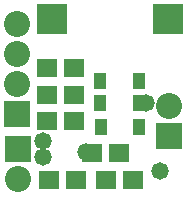
<source format=gbs>
G04*
G04 #@! TF.GenerationSoftware,Altium Limited,Altium Designer,22.6.1 (34)*
G04*
G04 Layer_Color=16711935*
%FSLAX44Y44*%
%MOMM*%
G71*
G04*
G04 #@! TF.SameCoordinates,45B2D7D6-BFBB-4C38-AB1A-0C575AC83147*
G04*
G04*
G04 #@! TF.FilePolarity,Negative*
G04*
G01*
G75*
%ADD24R,1.7272X1.6256*%
%ADD25R,2.5032X2.5032*%
%ADD26R,2.2032X2.2032*%
%ADD27C,2.2032*%
%ADD28C,1.4732*%
%ADD35R,1.1132X1.4232*%
D24*
X886210Y767540D02*
D03*
X863350D02*
D03*
Y790400D02*
D03*
X886210D02*
D03*
X935990Y695960D02*
D03*
X913130D02*
D03*
X901700Y718820D02*
D03*
X924560D02*
D03*
X863600Y745490D02*
D03*
X886460D02*
D03*
X887730Y695960D02*
D03*
X864870D02*
D03*
D25*
X867410Y831850D02*
D03*
X965410D02*
D03*
D26*
X966470Y732790D02*
D03*
X838694Y721656D02*
D03*
X838200Y751840D02*
D03*
D27*
X966470Y758190D02*
D03*
X838694Y696256D02*
D03*
X838200Y828040D02*
D03*
Y802640D02*
D03*
Y777240D02*
D03*
D28*
X896000Y719000D02*
D03*
X947420Y760730D02*
D03*
X859790Y728980D02*
D03*
Y715010D02*
D03*
X958850Y703580D02*
D03*
D35*
X908210Y779780D02*
D03*
X940910D02*
D03*
X908210Y760730D02*
D03*
X940910D02*
D03*
X941292Y740130D02*
D03*
X908593D02*
D03*
M02*

</source>
